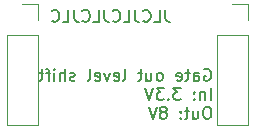
<source format=gbr>
%TF.GenerationSoftware,KiCad,Pcbnew,(6.0.2-0)*%
%TF.CreationDate,2022-03-02T22:29:54+09:00*%
%TF.ProjectId,GateOut,47617465-4f75-4742-9e6b-696361645f70,A*%
%TF.SameCoordinates,Original*%
%TF.FileFunction,Legend,Bot*%
%TF.FilePolarity,Positive*%
%FSLAX46Y46*%
G04 Gerber Fmt 4.6, Leading zero omitted, Abs format (unit mm)*
G04 Created by KiCad (PCBNEW (6.0.2-0)) date 2022-03-02 22:29:54*
%MOMM*%
%LPD*%
G01*
G04 APERTURE LIST*
%ADD10C,0.150000*%
%ADD11C,0.120000*%
%ADD12R,1.700000X1.700000*%
%ADD13O,1.700000X1.700000*%
G04 APERTURE END LIST*
D10*
X114948690Y-76668380D02*
X114948690Y-77382666D01*
X114996309Y-77525523D01*
X115091547Y-77620761D01*
X115234404Y-77668380D01*
X115329642Y-77668380D01*
X113996309Y-77668380D02*
X114472500Y-77668380D01*
X114472500Y-76668380D01*
X113091547Y-77573142D02*
X113139166Y-77620761D01*
X113282023Y-77668380D01*
X113377261Y-77668380D01*
X113520119Y-77620761D01*
X113615357Y-77525523D01*
X113662976Y-77430285D01*
X113710595Y-77239809D01*
X113710595Y-77096952D01*
X113662976Y-76906476D01*
X113615357Y-76811238D01*
X113520119Y-76716000D01*
X113377261Y-76668380D01*
X113282023Y-76668380D01*
X113139166Y-76716000D01*
X113091547Y-76763619D01*
X112377261Y-76668380D02*
X112377261Y-77382666D01*
X112424880Y-77525523D01*
X112520119Y-77620761D01*
X112662976Y-77668380D01*
X112758214Y-77668380D01*
X111424880Y-77668380D02*
X111901071Y-77668380D01*
X111901071Y-76668380D01*
X110520119Y-77573142D02*
X110567738Y-77620761D01*
X110710595Y-77668380D01*
X110805833Y-77668380D01*
X110948690Y-77620761D01*
X111043928Y-77525523D01*
X111091547Y-77430285D01*
X111139166Y-77239809D01*
X111139166Y-77096952D01*
X111091547Y-76906476D01*
X111043928Y-76811238D01*
X110948690Y-76716000D01*
X110805833Y-76668380D01*
X110710595Y-76668380D01*
X110567738Y-76716000D01*
X110520119Y-76763619D01*
X109805833Y-76668380D02*
X109805833Y-77382666D01*
X109853452Y-77525523D01*
X109948690Y-77620761D01*
X110091547Y-77668380D01*
X110186785Y-77668380D01*
X108853452Y-77668380D02*
X109329642Y-77668380D01*
X109329642Y-76668380D01*
X107948690Y-77573142D02*
X107996309Y-77620761D01*
X108139166Y-77668380D01*
X108234404Y-77668380D01*
X108377261Y-77620761D01*
X108472500Y-77525523D01*
X108520119Y-77430285D01*
X108567738Y-77239809D01*
X108567738Y-77096952D01*
X108520119Y-76906476D01*
X108472500Y-76811238D01*
X108377261Y-76716000D01*
X108234404Y-76668380D01*
X108139166Y-76668380D01*
X107996309Y-76716000D01*
X107948690Y-76763619D01*
X107234404Y-76668380D02*
X107234404Y-77382666D01*
X107282023Y-77525523D01*
X107377261Y-77620761D01*
X107520119Y-77668380D01*
X107615357Y-77668380D01*
X106282023Y-77668380D02*
X106758214Y-77668380D01*
X106758214Y-76668380D01*
X105377261Y-77573142D02*
X105424880Y-77620761D01*
X105567738Y-77668380D01*
X105662976Y-77668380D01*
X105805833Y-77620761D01*
X105901071Y-77525523D01*
X105948690Y-77430285D01*
X105996309Y-77239809D01*
X105996309Y-77096952D01*
X105948690Y-76906476D01*
X105901071Y-76811238D01*
X105805833Y-76716000D01*
X105662976Y-76668380D01*
X105567738Y-76668380D01*
X105424880Y-76716000D01*
X105377261Y-76763619D01*
X118266595Y-81710000D02*
X118361833Y-81662380D01*
X118504690Y-81662380D01*
X118647547Y-81710000D01*
X118742785Y-81805238D01*
X118790404Y-81900476D01*
X118838023Y-82090952D01*
X118838023Y-82233809D01*
X118790404Y-82424285D01*
X118742785Y-82519523D01*
X118647547Y-82614761D01*
X118504690Y-82662380D01*
X118409452Y-82662380D01*
X118266595Y-82614761D01*
X118218976Y-82567142D01*
X118218976Y-82233809D01*
X118409452Y-82233809D01*
X117361833Y-82662380D02*
X117361833Y-82138571D01*
X117409452Y-82043333D01*
X117504690Y-81995714D01*
X117695166Y-81995714D01*
X117790404Y-82043333D01*
X117361833Y-82614761D02*
X117457071Y-82662380D01*
X117695166Y-82662380D01*
X117790404Y-82614761D01*
X117838023Y-82519523D01*
X117838023Y-82424285D01*
X117790404Y-82329047D01*
X117695166Y-82281428D01*
X117457071Y-82281428D01*
X117361833Y-82233809D01*
X117028500Y-81995714D02*
X116647547Y-81995714D01*
X116885642Y-81662380D02*
X116885642Y-82519523D01*
X116838023Y-82614761D01*
X116742785Y-82662380D01*
X116647547Y-82662380D01*
X115933261Y-82614761D02*
X116028500Y-82662380D01*
X116218976Y-82662380D01*
X116314214Y-82614761D01*
X116361833Y-82519523D01*
X116361833Y-82138571D01*
X116314214Y-82043333D01*
X116218976Y-81995714D01*
X116028500Y-81995714D01*
X115933261Y-82043333D01*
X115885642Y-82138571D01*
X115885642Y-82233809D01*
X116361833Y-82329047D01*
X114552309Y-82662380D02*
X114647547Y-82614761D01*
X114695166Y-82567142D01*
X114742785Y-82471904D01*
X114742785Y-82186190D01*
X114695166Y-82090952D01*
X114647547Y-82043333D01*
X114552309Y-81995714D01*
X114409452Y-81995714D01*
X114314214Y-82043333D01*
X114266595Y-82090952D01*
X114218976Y-82186190D01*
X114218976Y-82471904D01*
X114266595Y-82567142D01*
X114314214Y-82614761D01*
X114409452Y-82662380D01*
X114552309Y-82662380D01*
X113361833Y-81995714D02*
X113361833Y-82662380D01*
X113790404Y-81995714D02*
X113790404Y-82519523D01*
X113742785Y-82614761D01*
X113647547Y-82662380D01*
X113504690Y-82662380D01*
X113409452Y-82614761D01*
X113361833Y-82567142D01*
X113028500Y-81995714D02*
X112647547Y-81995714D01*
X112885642Y-81662380D02*
X112885642Y-82519523D01*
X112838023Y-82614761D01*
X112742785Y-82662380D01*
X112647547Y-82662380D01*
X111409452Y-82662380D02*
X111504690Y-82614761D01*
X111552309Y-82519523D01*
X111552309Y-81662380D01*
X110647547Y-82614761D02*
X110742785Y-82662380D01*
X110933261Y-82662380D01*
X111028500Y-82614761D01*
X111076119Y-82519523D01*
X111076119Y-82138571D01*
X111028500Y-82043333D01*
X110933261Y-81995714D01*
X110742785Y-81995714D01*
X110647547Y-82043333D01*
X110599928Y-82138571D01*
X110599928Y-82233809D01*
X111076119Y-82329047D01*
X110266595Y-81995714D02*
X110028500Y-82662380D01*
X109790404Y-81995714D01*
X109028500Y-82614761D02*
X109123738Y-82662380D01*
X109314214Y-82662380D01*
X109409452Y-82614761D01*
X109457071Y-82519523D01*
X109457071Y-82138571D01*
X109409452Y-82043333D01*
X109314214Y-81995714D01*
X109123738Y-81995714D01*
X109028500Y-82043333D01*
X108980880Y-82138571D01*
X108980880Y-82233809D01*
X109457071Y-82329047D01*
X108409452Y-82662380D02*
X108504690Y-82614761D01*
X108552309Y-82519523D01*
X108552309Y-81662380D01*
X107314214Y-82614761D02*
X107218976Y-82662380D01*
X107028500Y-82662380D01*
X106933261Y-82614761D01*
X106885642Y-82519523D01*
X106885642Y-82471904D01*
X106933261Y-82376666D01*
X107028500Y-82329047D01*
X107171357Y-82329047D01*
X107266595Y-82281428D01*
X107314214Y-82186190D01*
X107314214Y-82138571D01*
X107266595Y-82043333D01*
X107171357Y-81995714D01*
X107028500Y-81995714D01*
X106933261Y-82043333D01*
X106457071Y-82662380D02*
X106457071Y-81662380D01*
X106028500Y-82662380D02*
X106028500Y-82138571D01*
X106076119Y-82043333D01*
X106171357Y-81995714D01*
X106314214Y-81995714D01*
X106409452Y-82043333D01*
X106457071Y-82090952D01*
X105552309Y-82662380D02*
X105552309Y-81995714D01*
X105552309Y-81662380D02*
X105599928Y-81710000D01*
X105552309Y-81757619D01*
X105504690Y-81710000D01*
X105552309Y-81662380D01*
X105552309Y-81757619D01*
X105218976Y-81995714D02*
X104838023Y-81995714D01*
X105076119Y-82662380D02*
X105076119Y-81805238D01*
X105028500Y-81710000D01*
X104933261Y-81662380D01*
X104838023Y-81662380D01*
X104647547Y-81995714D02*
X104266595Y-81995714D01*
X104504690Y-81662380D02*
X104504690Y-82519523D01*
X104457071Y-82614761D01*
X104361833Y-82662380D01*
X104266595Y-82662380D01*
X118790404Y-84272380D02*
X118790404Y-83272380D01*
X118314214Y-83605714D02*
X118314214Y-84272380D01*
X118314214Y-83700952D02*
X118266595Y-83653333D01*
X118171357Y-83605714D01*
X118028500Y-83605714D01*
X117933261Y-83653333D01*
X117885642Y-83748571D01*
X117885642Y-84272380D01*
X117409452Y-84177142D02*
X117361833Y-84224761D01*
X117409452Y-84272380D01*
X117457071Y-84224761D01*
X117409452Y-84177142D01*
X117409452Y-84272380D01*
X117409452Y-83653333D02*
X117361833Y-83700952D01*
X117409452Y-83748571D01*
X117457071Y-83700952D01*
X117409452Y-83653333D01*
X117409452Y-83748571D01*
X116266595Y-83272380D02*
X115647547Y-83272380D01*
X115980880Y-83653333D01*
X115838023Y-83653333D01*
X115742785Y-83700952D01*
X115695166Y-83748571D01*
X115647547Y-83843809D01*
X115647547Y-84081904D01*
X115695166Y-84177142D01*
X115742785Y-84224761D01*
X115838023Y-84272380D01*
X116123738Y-84272380D01*
X116218976Y-84224761D01*
X116266595Y-84177142D01*
X115218976Y-84177142D02*
X115171357Y-84224761D01*
X115218976Y-84272380D01*
X115266595Y-84224761D01*
X115218976Y-84177142D01*
X115218976Y-84272380D01*
X114838023Y-83272380D02*
X114218976Y-83272380D01*
X114552309Y-83653333D01*
X114409452Y-83653333D01*
X114314214Y-83700952D01*
X114266595Y-83748571D01*
X114218976Y-83843809D01*
X114218976Y-84081904D01*
X114266595Y-84177142D01*
X114314214Y-84224761D01*
X114409452Y-84272380D01*
X114695166Y-84272380D01*
X114790404Y-84224761D01*
X114838023Y-84177142D01*
X113933261Y-83272380D02*
X113599928Y-84272380D01*
X113266595Y-83272380D01*
X118599928Y-84882380D02*
X118409452Y-84882380D01*
X118314214Y-84930000D01*
X118218976Y-85025238D01*
X118171357Y-85215714D01*
X118171357Y-85549047D01*
X118218976Y-85739523D01*
X118314214Y-85834761D01*
X118409452Y-85882380D01*
X118599928Y-85882380D01*
X118695166Y-85834761D01*
X118790404Y-85739523D01*
X118838023Y-85549047D01*
X118838023Y-85215714D01*
X118790404Y-85025238D01*
X118695166Y-84930000D01*
X118599928Y-84882380D01*
X117314214Y-85215714D02*
X117314214Y-85882380D01*
X117742785Y-85215714D02*
X117742785Y-85739523D01*
X117695166Y-85834761D01*
X117599928Y-85882380D01*
X117457071Y-85882380D01*
X117361833Y-85834761D01*
X117314214Y-85787142D01*
X116980880Y-85215714D02*
X116599928Y-85215714D01*
X116838023Y-84882380D02*
X116838023Y-85739523D01*
X116790404Y-85834761D01*
X116695166Y-85882380D01*
X116599928Y-85882380D01*
X116266595Y-85787142D02*
X116218976Y-85834761D01*
X116266595Y-85882380D01*
X116314214Y-85834761D01*
X116266595Y-85787142D01*
X116266595Y-85882380D01*
X116266595Y-85263333D02*
X116218976Y-85310952D01*
X116266595Y-85358571D01*
X116314214Y-85310952D01*
X116266595Y-85263333D01*
X116266595Y-85358571D01*
X114885642Y-85310952D02*
X114980880Y-85263333D01*
X115028500Y-85215714D01*
X115076119Y-85120476D01*
X115076119Y-85072857D01*
X115028500Y-84977619D01*
X114980880Y-84930000D01*
X114885642Y-84882380D01*
X114695166Y-84882380D01*
X114599928Y-84930000D01*
X114552309Y-84977619D01*
X114504690Y-85072857D01*
X114504690Y-85120476D01*
X114552309Y-85215714D01*
X114599928Y-85263333D01*
X114695166Y-85310952D01*
X114885642Y-85310952D01*
X114980880Y-85358571D01*
X115028500Y-85406190D01*
X115076119Y-85501428D01*
X115076119Y-85691904D01*
X115028500Y-85787142D01*
X114980880Y-85834761D01*
X114885642Y-85882380D01*
X114695166Y-85882380D01*
X114599928Y-85834761D01*
X114552309Y-85787142D01*
X114504690Y-85691904D01*
X114504690Y-85501428D01*
X114552309Y-85406190D01*
X114599928Y-85358571D01*
X114695166Y-85310952D01*
X114218976Y-84882380D02*
X113885642Y-85882380D01*
X113552309Y-84882380D01*
D11*
%TO.C,J2*%
X121980000Y-78750000D02*
X119320000Y-78750000D01*
X119320000Y-78750000D02*
X119320000Y-86430000D01*
X121980000Y-76150000D02*
X120650000Y-76150000D01*
X121980000Y-78750000D02*
X121980000Y-86430000D01*
X121980000Y-77480000D02*
X121980000Y-76150000D01*
X121980000Y-86430000D02*
X119320000Y-86430000D01*
%TO.C,J1*%
X101540000Y-78750000D02*
X101540000Y-86430000D01*
X104200000Y-77480000D02*
X104200000Y-76150000D01*
X104200000Y-76150000D02*
X102870000Y-76150000D01*
X104200000Y-78750000D02*
X104200000Y-86430000D01*
X104200000Y-78750000D02*
X101540000Y-78750000D01*
X104200000Y-86430000D02*
X101540000Y-86430000D01*
%TD*%
%LPC*%
D12*
%TO.C,J2*%
X120650000Y-77480000D03*
D13*
X120650000Y-80020000D03*
X120650000Y-82560000D03*
X120650000Y-85100000D03*
%TD*%
D12*
%TO.C,J1*%
X102870000Y-77480000D03*
D13*
X102870000Y-80020000D03*
X102870000Y-82560000D03*
X102870000Y-85100000D03*
%TD*%
M02*

</source>
